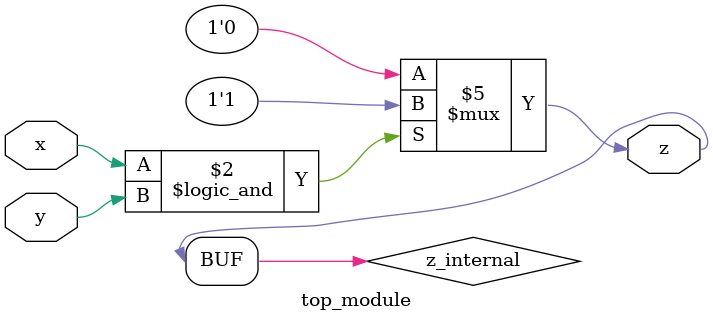
<source format=sv>
module top_module(
    input x,
    input y,
    output z);

    // Declare internal signals
    reg z_internal = 1'b0; // Initialize z_internal with 0

    // Always block for z_internal
    always @(x or y) begin
        if (x && y)  // Simplify the if condition
            z_internal = 1'b1;
        else
            z_internal = 1'b0;
    end

    // Assign z to z_internal
    assign z = z_internal;

endmodule

</source>
